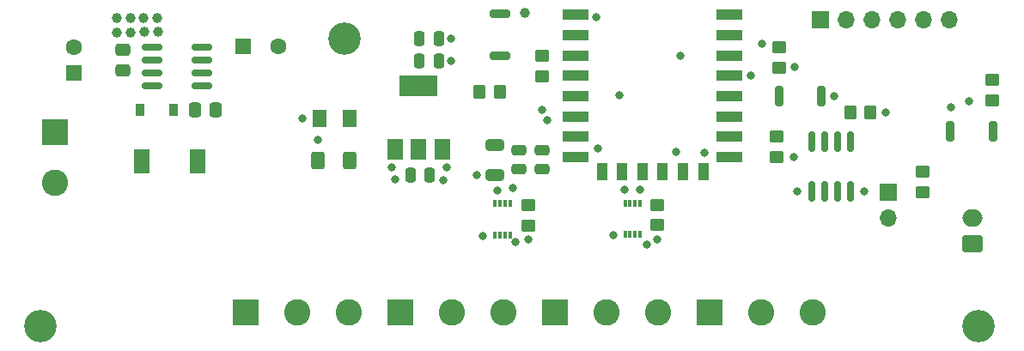
<source format=gbr>
%TF.GenerationSoftware,KiCad,Pcbnew,(6.0.8)*%
%TF.CreationDate,2022-10-05T23:25:23+02:00*%
%TF.ProjectId,DMX_ControllerBoard,444d585f-436f-46e7-9472-6f6c6c657242,rev?*%
%TF.SameCoordinates,Original*%
%TF.FileFunction,Soldermask,Top*%
%TF.FilePolarity,Negative*%
%FSLAX46Y46*%
G04 Gerber Fmt 4.6, Leading zero omitted, Abs format (unit mm)*
G04 Created by KiCad (PCBNEW (6.0.8)) date 2022-10-05 23:25:23*
%MOMM*%
%LPD*%
G01*
G04 APERTURE LIST*
G04 Aperture macros list*
%AMRoundRect*
0 Rectangle with rounded corners*
0 $1 Rounding radius*
0 $2 $3 $4 $5 $6 $7 $8 $9 X,Y pos of 4 corners*
0 Add a 4 corners polygon primitive as box body*
4,1,4,$2,$3,$4,$5,$6,$7,$8,$9,$2,$3,0*
0 Add four circle primitives for the rounded corners*
1,1,$1+$1,$2,$3*
1,1,$1+$1,$4,$5*
1,1,$1+$1,$6,$7*
1,1,$1+$1,$8,$9*
0 Add four rect primitives between the rounded corners*
20,1,$1+$1,$2,$3,$4,$5,0*
20,1,$1+$1,$4,$5,$6,$7,0*
20,1,$1+$1,$6,$7,$8,$9,0*
20,1,$1+$1,$8,$9,$2,$3,0*%
G04 Aperture macros list end*
%ADD10RoundRect,0.250000X-0.450000X0.350000X-0.450000X-0.350000X0.450000X-0.350000X0.450000X0.350000X0*%
%ADD11R,0.300000X0.800000*%
%ADD12R,1.600000X1.600000*%
%ADD13C,1.600000*%
%ADD14RoundRect,0.250000X-0.337500X-0.475000X0.337500X-0.475000X0.337500X0.475000X-0.337500X0.475000X0*%
%ADD15R,0.900000X1.200000*%
%ADD16R,2.600000X2.600000*%
%ADD17C,2.600000*%
%ADD18RoundRect,0.250000X0.750000X-0.600000X0.750000X0.600000X-0.750000X0.600000X-0.750000X-0.600000X0*%
%ADD19O,2.000000X1.700000*%
%ADD20R,1.500000X2.400000*%
%ADD21RoundRect,0.249999X-0.350001X-0.450001X0.350001X-0.450001X0.350001X0.450001X-0.350001X0.450001X0*%
%ADD22RoundRect,0.200000X0.800000X-0.200000X0.800000X0.200000X-0.800000X0.200000X-0.800000X-0.200000X0*%
%ADD23RoundRect,0.150000X-0.150000X0.825000X-0.150000X-0.825000X0.150000X-0.825000X0.150000X0.825000X0*%
%ADD24RoundRect,0.150000X0.825000X0.150000X-0.825000X0.150000X-0.825000X-0.150000X0.825000X-0.150000X0*%
%ADD25RoundRect,0.250000X0.250000X0.475000X-0.250000X0.475000X-0.250000X-0.475000X0.250000X-0.475000X0*%
%ADD26RoundRect,0.250000X-0.475000X0.250000X-0.475000X-0.250000X0.475000X-0.250000X0.475000X0.250000X0*%
%ADD27RoundRect,0.250000X-0.250000X-0.475000X0.250000X-0.475000X0.250000X0.475000X-0.250000X0.475000X0*%
%ADD28RoundRect,0.250000X-0.475000X0.337500X-0.475000X-0.337500X0.475000X-0.337500X0.475000X0.337500X0*%
%ADD29R,2.500000X1.000000*%
%ADD30R,1.000000X1.800000*%
%ADD31RoundRect,0.250000X-0.462500X-0.625000X0.462500X-0.625000X0.462500X0.625000X-0.462500X0.625000X0*%
%ADD32RoundRect,0.250000X0.400000X0.625000X-0.400000X0.625000X-0.400000X-0.625000X0.400000X-0.625000X0*%
%ADD33RoundRect,0.249999X0.450001X-0.350001X0.450001X0.350001X-0.450001X0.350001X-0.450001X-0.350001X0*%
%ADD34RoundRect,0.249999X-0.450001X0.350001X-0.450001X-0.350001X0.450001X-0.350001X0.450001X0.350001X0*%
%ADD35RoundRect,0.200000X-0.200000X-0.800000X0.200000X-0.800000X0.200000X0.800000X-0.200000X0.800000X0*%
%ADD36R,1.700000X1.700000*%
%ADD37O,1.700000X1.700000*%
%ADD38RoundRect,0.200000X0.200000X0.800000X-0.200000X0.800000X-0.200000X-0.800000X0.200000X-0.800000X0*%
%ADD39C,3.200000*%
%ADD40R,1.500000X2.000000*%
%ADD41R,3.800000X2.000000*%
%ADD42RoundRect,0.250000X-0.650000X0.325000X-0.650000X-0.325000X0.650000X-0.325000X0.650000X0.325000X0*%
%ADD43C,0.800000*%
%ADD44C,1.000000*%
G04 APERTURE END LIST*
D10*
%TO.C,R10*%
X84582000Y-40122000D03*
X84582000Y-42122000D03*
%TD*%
D11*
%TO.C,U5*%
X81419000Y-43053000D03*
X81919000Y-43053000D03*
X82419000Y-43053000D03*
X82919000Y-43053000D03*
X82919000Y-39953000D03*
X82419000Y-39953000D03*
X81919000Y-39953000D03*
X81419000Y-39953000D03*
%TD*%
%TO.C,U3*%
X68592000Y-43079000D03*
X69092000Y-43079000D03*
X69592000Y-43079000D03*
X70092000Y-43079000D03*
X70092000Y-39979000D03*
X69592000Y-39979000D03*
X69092000Y-39979000D03*
X68592000Y-39979000D03*
%TD*%
D10*
%TO.C,R6*%
X71882000Y-40148000D03*
X71882000Y-42148000D03*
%TD*%
D12*
%TO.C,C8*%
X27114500Y-27114500D03*
D13*
X27114500Y-24614500D03*
%TD*%
D12*
%TO.C,C12*%
X43751500Y-24511000D03*
D13*
X47251500Y-24511000D03*
%TD*%
D14*
%TO.C,C13*%
X39031000Y-30797500D03*
X41106000Y-30797500D03*
%TD*%
D15*
%TO.C,D6*%
X33592500Y-30797500D03*
X36892500Y-30797500D03*
%TD*%
D16*
%TO.C,J3*%
X25209500Y-32956500D03*
D17*
X25209500Y-37956500D03*
%TD*%
D18*
%TO.C,J5*%
X115684300Y-43954700D03*
D19*
X115684300Y-41454700D03*
%TD*%
D20*
%TO.C,L3*%
X33762500Y-35877500D03*
X39262500Y-35877500D03*
%TD*%
D21*
%TO.C,R3*%
X67088000Y-28956000D03*
X69088000Y-28956000D03*
%TD*%
D22*
%TO.C,SW1*%
X69088000Y-25463500D03*
X69088000Y-21263500D03*
%TD*%
D23*
%TO.C,U2*%
X103644700Y-33847000D03*
X102374700Y-33847000D03*
X101104700Y-33847000D03*
X99834700Y-33847000D03*
X99834700Y-38797000D03*
X101104700Y-38797000D03*
X102374700Y-38797000D03*
X103644700Y-38797000D03*
%TD*%
D24*
%TO.C,U4*%
X39749500Y-28384500D03*
X39749500Y-27114500D03*
X39749500Y-25844500D03*
X39749500Y-24574500D03*
X34799500Y-24574500D03*
X34799500Y-25844500D03*
X34799500Y-27114500D03*
X34799500Y-28384500D03*
%TD*%
D25*
%TO.C,C1*%
X62164000Y-37211000D03*
X60264000Y-37211000D03*
%TD*%
D26*
%TO.C,C3*%
X73279000Y-34737000D03*
X73279000Y-36637000D03*
%TD*%
D27*
%TO.C,C4*%
X61153000Y-23749000D03*
X63053000Y-23749000D03*
%TD*%
D21*
%TO.C,R1*%
X103625900Y-31000700D03*
X105625900Y-31000700D03*
%TD*%
D28*
%TO.C,C11*%
X31940500Y-24807000D03*
X31940500Y-26882000D03*
%TD*%
D29*
%TO.C,U8*%
X76537500Y-21392000D03*
X76537500Y-23392000D03*
X76537500Y-25392000D03*
X76537500Y-27392000D03*
X76537500Y-29392000D03*
X76537500Y-31392000D03*
X76537500Y-33392000D03*
X76537500Y-35392000D03*
D30*
X79137500Y-36892000D03*
X81137500Y-36892000D03*
X83137500Y-36892000D03*
X85137500Y-36892000D03*
X87137500Y-36892000D03*
X89137500Y-36892000D03*
D29*
X91737500Y-35392000D03*
X91737500Y-33392000D03*
X91737500Y-31392000D03*
X91737500Y-29392000D03*
X91737500Y-27392000D03*
X91737500Y-25392000D03*
X91737500Y-23392000D03*
X91737500Y-21392000D03*
%TD*%
D31*
%TO.C,D1*%
X51281000Y-31623000D03*
X54256000Y-31623000D03*
%TD*%
D32*
%TO.C,R8*%
X54255000Y-35750500D03*
X51155000Y-35750500D03*
%TD*%
D16*
%TO.C,J1*%
X44069000Y-50736500D03*
D17*
X49149000Y-50736500D03*
X54229000Y-50736500D03*
%TD*%
D16*
%TO.C,J2*%
X59309000Y-50736500D03*
D17*
X64389000Y-50736500D03*
X69469000Y-50736500D03*
%TD*%
D16*
%TO.C,J4*%
X74549000Y-50736500D03*
D17*
X79629000Y-50736500D03*
X84709000Y-50736500D03*
%TD*%
D16*
%TO.C,J6*%
X89789000Y-50736500D03*
D17*
X94869000Y-50736500D03*
X99949000Y-50736500D03*
%TD*%
D33*
%TO.C,R2*%
X73215500Y-27416000D03*
X73215500Y-25416000D03*
%TD*%
D34*
%TO.C,R5*%
X96583500Y-24590500D03*
X96583500Y-26590500D03*
%TD*%
D35*
%TO.C,SW2*%
X96579000Y-29400500D03*
X100779000Y-29400500D03*
%TD*%
D33*
%TO.C,R7*%
X96393000Y-35417000D03*
X96393000Y-33417000D03*
%TD*%
D36*
%TO.C,J7*%
X100711000Y-21844000D03*
D37*
X103251000Y-21844000D03*
X105791000Y-21844000D03*
X108331000Y-21844000D03*
X110871000Y-21844000D03*
X113411000Y-21844000D03*
%TD*%
D34*
%TO.C,R9*%
X117652800Y-27803600D03*
X117652800Y-29803600D03*
%TD*%
D38*
%TO.C,SW3*%
X117681200Y-32879600D03*
X113481200Y-32879600D03*
%TD*%
D39*
%TO.C,H1*%
X53797200Y-23723600D03*
%TD*%
%TO.C,H2*%
X23825200Y-52120800D03*
%TD*%
%TO.C,H3*%
X116230400Y-52120800D03*
%TD*%
D36*
%TO.C,JP1*%
X107340400Y-38862000D03*
D37*
X107340400Y-41402000D03*
%TD*%
D33*
%TO.C,R4*%
X110744000Y-38846000D03*
X110744000Y-36846000D03*
%TD*%
D40*
%TO.C,U1*%
X58787000Y-34646000D03*
X61087000Y-34646000D03*
D41*
X61087000Y-28346000D03*
D40*
X63387000Y-34646000D03*
%TD*%
D27*
%TO.C,C2*%
X61153000Y-25908000D03*
X63053000Y-25908000D03*
%TD*%
D42*
%TO.C,C6*%
X68580000Y-34212000D03*
X68580000Y-37162000D03*
%TD*%
D26*
%TO.C,C5*%
X70993000Y-34737000D03*
X70993000Y-36637000D03*
%TD*%
D43*
X73279000Y-30734000D03*
X82931000Y-38608000D03*
X86487000Y-34925000D03*
X86868000Y-25400000D03*
X81407000Y-38608000D03*
X83566000Y-44069000D03*
X80264000Y-43154000D03*
X84582000Y-43535000D03*
X80899000Y-29337000D03*
X70358000Y-38481000D03*
X78740000Y-34544000D03*
X68834000Y-38735000D03*
X67437000Y-43180000D03*
X70612000Y-43815000D03*
X71882000Y-43561000D03*
X102044500Y-29400500D03*
D44*
X32681333Y-21717000D03*
D43*
X113538000Y-30530800D03*
D44*
X34036000Y-23050500D03*
X33993666Y-21717000D03*
D43*
X64262000Y-23749000D03*
X64262000Y-25908000D03*
D44*
X35306000Y-21717000D03*
D43*
X89281000Y-34988500D03*
X58420000Y-36449000D03*
X98374200Y-38798500D03*
X66802000Y-37211000D03*
X49593500Y-31623000D03*
D44*
X71564500Y-21209000D03*
D43*
X98044000Y-35433000D03*
D44*
X35369500Y-23050500D03*
X32702500Y-23114000D03*
X31369000Y-21717000D03*
D43*
X58801000Y-37592000D03*
D44*
X31369000Y-23114000D03*
D43*
X78613000Y-21590000D03*
X94932500Y-24257000D03*
X63500000Y-37719000D03*
X63881000Y-36449000D03*
X107086400Y-30988000D03*
X104978200Y-38798500D03*
X98171000Y-26543000D03*
X73723500Y-31813500D03*
X51181000Y-33718500D03*
X115366800Y-29870400D03*
X93827600Y-27381200D03*
M02*

</source>
